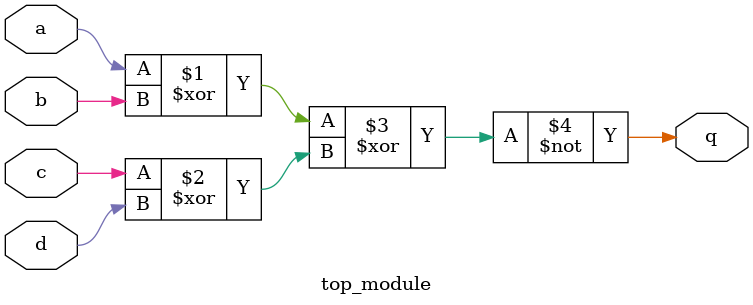
<source format=v>
module top_module (
    input a,
    input b,
    input c,
    input d,
    output q 
);//

assign q = ~((a^b)^(c^d)); // Fix me

endmodule
</source>
